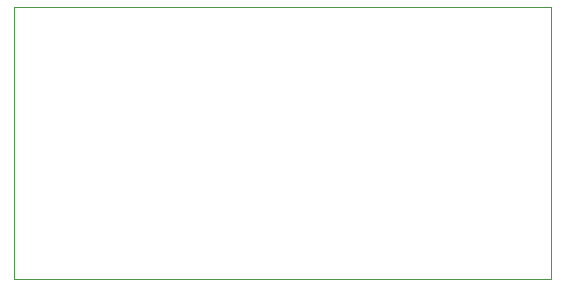
<source format=gbr>
%TF.GenerationSoftware,KiCad,Pcbnew,(5.1.7)-1*%
%TF.CreationDate,2020-11-17T20:53:12-06:00*%
%TF.ProjectId,ST72F264 Programming Interface,53543732-4632-4363-9420-50726f677261,rev?*%
%TF.SameCoordinates,Original*%
%TF.FileFunction,Profile,NP*%
%FSLAX46Y46*%
G04 Gerber Fmt 4.6, Leading zero omitted, Abs format (unit mm)*
G04 Created by KiCad (PCBNEW (5.1.7)-1) date 2020-11-17 20:53:12*
%MOMM*%
%LPD*%
G01*
G04 APERTURE LIST*
%TA.AperFunction,Profile*%
%ADD10C,0.050000*%
%TD*%
G04 APERTURE END LIST*
D10*
X172500000Y-91500000D02*
X127000000Y-91500000D01*
X172500000Y-114500000D02*
X172500000Y-91500000D01*
X127000000Y-114500000D02*
X172500000Y-114500000D01*
X127000000Y-91500000D02*
X127000000Y-114500000D01*
M02*

</source>
